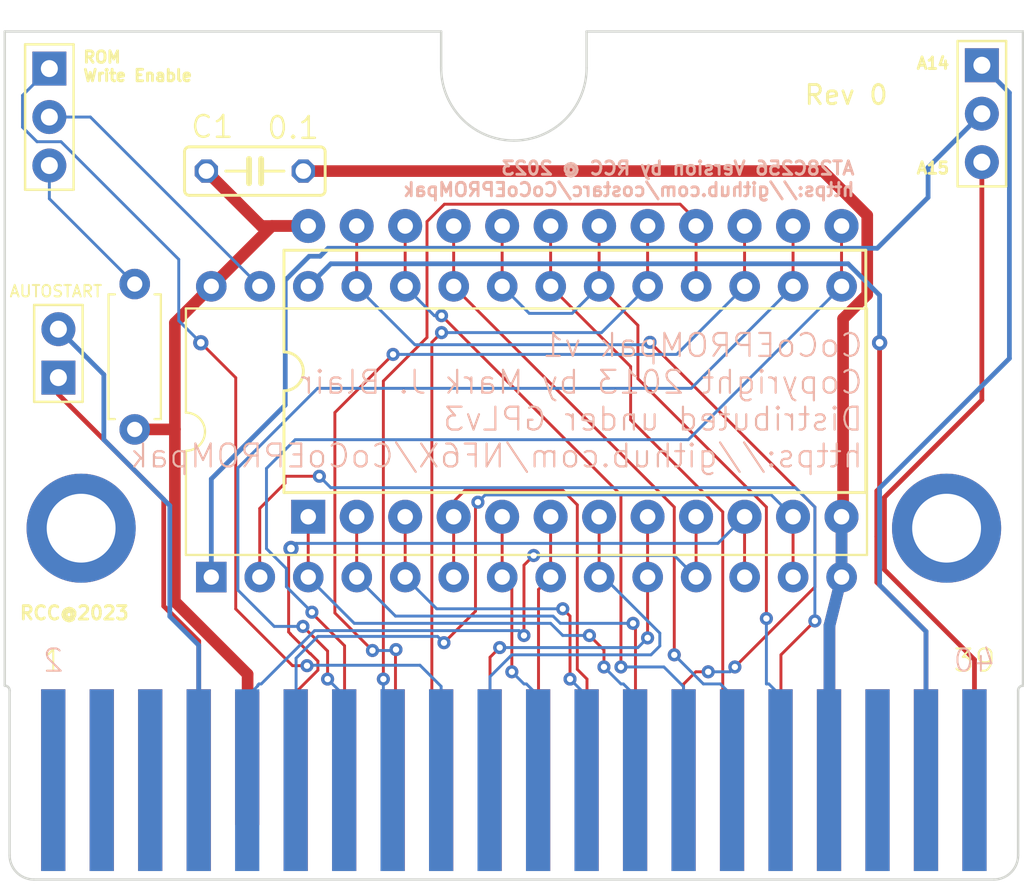
<source format=kicad_pcb>
(kicad_pcb (version 20211014) (generator pcbnew)
  (layers (0 "F.Cu" signal) (31 "B.Cu" signal) (34 "B.Paste" user) (35 "F.Paste" user) (36 "B.SilkS" user "B.Silkscreen") (37 "F.SilkS" user "F.Silkscreen") (38 "B.Mask" user) (39 "F.Mask" user) (44 "Edge.Cuts" user))
  (net 0 "")
  (net 1 "GND")
  (net 2 "+5V")
  (net 3 "Net-(JP1-Pad1)")
  (net 4 "Net-(JP1-Pad2)")
  (net 5 "A14")
  (net 6 "ROM_A14")
  (net 7 "A15")
  (net 8 "*RW")
  (net 9 "*WE")
  (net 10 "Net-(JP3-Pad3)")
  (net 17 "/D0")
  (net 18 "/D1")
  (net 19 "/D2")
  (net 20 "/D3")
  (net 21 "/D4")
  (net 22 "/D5")
  (net 23 "/D6")
  (net 24 "/D7")
  (net 25 "/A0")
  (net 26 "/A1")
  (net 27 "/A2")
  (net 28 "/A3")
  (net 29 "/A4")
  (net 30 "/A5")
  (net 31 "/A6")
  (net 32 "/A7")
  (net 33 "/A8")
  (net 34 "/A9")
  (net 35 "/A10")
  (net 36 "/A11")
  (net 37 "/A12")
  (net 38 "Net-(U1-Pad18)")
  (net 41 "/A13")
  (footprint "Resistor_THT:R_Axial_DIN0207_L6.3mm_D2.5mm_P7.62mm_Horizontal" (layer "F.Cu") (at 128.617205 103.601424 90)
    (fp_text reference "R1" hide)
    (fp_text value "10K")
    (fp_line (start 0.54 -1.04) (end 0.54 -1.37) (layer "F.SilkS") (width 0.12))
    (fp_line (start 0.54 1.37) (end 7.08 1.37) (layer "F.SilkS") (width 0.12))
    (fp_line (start 7.08 -1.37) (end 7.08 -1.04) (layer "F.SilkS") (width 0.12))
    (fp_line (start 0.54 -1.37) (end 7.08 -1.37) (layer "F.SilkS") (width 0.12))
    (fp_line (start 0.54 1.04) (end 0.54 1.37) (layer "F.SilkS") (width 0.12))
    (fp_line (start 7.08 1.37) (end 7.08 1.04) (layer "F.SilkS") (width 0.12))
    (pad "1" thru_hole circle (at 0 0 90) (size 1.6 1.6) (drill 0.8) (layers *.Cu *.Mask) (net 2 "+5V"))
    (pad "2" thru_hole oval (at 7.62 0 90) (size 1.6 1.6) (drill 0.8) (layers *.Cu *.Mask) (net 10 "Net-(JP3-Pad3)"))
  )
  (footprint "CoCoEPROMpak:JP3-100MIL" (layer "F.Cu") (at 172.997051 84.512521)
    (fp_text reference "JP2" hide)
    (fp_text value "JP3" hide)
    (fp_line (start 1.27 -1.27) (end 1.27 6.35) (layer "F.SilkS") (width 0.127))
    (fp_line (start -1.27 -1.27) (end 1.27 -1.27) (layer "F.SilkS") (width 0.127))
    (fp_line (start 1.27 6.35) (end -1.27 6.35) (layer "F.SilkS") (width 0.127))
    (fp_line (start -1.27 6.35) (end -1.27 -1.27) (layer "F.SilkS") (width 0.127))
    (pad "1" thru_hole rect (at 0 0) (size 1.778 1.778) (drill 0.889) (layers *.Cu *.Mask) (net 5 "A14"))
    (pad "2" thru_hole circle (at 0 2.54) (size 1.778 1.778) (drill 0.889) (layers *.Cu *.Mask) (net 6 "ROM_A14"))
    (pad "3" thru_hole circle (at 0 5.08) (size 1.778 1.778) (drill 0.889) (layers *.Cu *.Mask) (net 7 "A15"))
  )
  (footprint "CoCoEPROMpak:C050-025X075" (layer "F.Cu") (at 134.911251 90.060021)
    (fp_text reference "C1" (at -3.429 -1.651) (layer "F.SilkS") (effects (font (size 1.143 1.143) (thickness 0.127)) (justify left bottom)))
    (fp_text value "0.1" (at 0.558901 -1.598144) (layer "F.SilkS") (effects (font (size 1.143 1.143) (thickness 0.127)) (justify left bottom)))
    (fp_line (start 3.683 1.016) (end 3.683 -1.016) (layer "F.SilkS") (width 0.1524))
    (fp_line (start 3.429 -1.27) (end -3.429 -1.27) (layer "F.SilkS") (width 0.1524))
    (fp_line (start -0.3048 0) (end -1.524 0) (layer "F.SilkS") (width 0.1524))
    (fp_line (start 0.3302 -0.635) (end 0.3302 0) (layer "F.SilkS") (width 0.3048))
    (fp_line (start -0.3048 0) (end -0.3048 0.635) (layer "F.SilkS") (width 0.3048))
    (fp_line (start -3.429 1.27) (end 3.429 1.27) (layer "F.SilkS") (width 0.1524))
    (fp_line (start 0.3302 0) (end 1.524 0) (layer "F.SilkS") (width 0.1524))
    (fp_line (start 0.3302 0) (end 0.3302 0.635) (layer "F.SilkS") (width 0.3048))
    (fp_line (start -3.683 -1.016) (end -3.683 1.016) (layer "F.SilkS") (width 0.1524))
    (fp_line (start -0.3048 -0.635) (end -0.3048 0) (layer "F.SilkS") (width 0.3048))
    (fp_arc (start 3.683 1.016) (mid 3.608605 1.195605) (end 3.429 1.27) (layer "F.SilkS") (width 0.1524))
    (fp_arc (start -3.429 1.27) (mid -3.608605 1.195605) (end -3.683 1.016) (layer "F.SilkS") (width 0.1524))
    (fp_arc (start -3.683 -1.016) (mid -3.608605 -1.195605) (end -3.429 -1.27) (layer "F.SilkS") (width 0.1524))
    (fp_arc (start 3.429 -1.27) (mid 3.608605 -1.195605) (end 3.683 -1.016) (layer "F.SilkS") (width 0.1524))
    (pad "1" thru_hole roundrect (at -2.54 0) (size 1.2192 1.2192) (drill 0.8128) (layers *.Cu *.Mask) (chamfer_ratio 0.2928932188) (chamfer top_left top_right bottom_left bottom_right) (net 2 "+5V"))
    (pad "2" thru_hole roundrect (at 2.54 0) (size 1.2192 1.2192) (drill 0.8128) (layers *.Cu *.Mask) (chamfer_ratio 0.2928932188) (chamfer top_left top_right bottom_left bottom_right) (net 1 "GND"))
  )
  (footprint "Package_DIP:DIP-28_W15.24mm" (layer "F.Cu") (at 132.629265 111.341512 90)
    (fp_text reference "U2" hide)
    (fp_text value "28C256")
    (fp_line (start 1.16 34.35) (end 14.08 34.35) (layer "F.SilkS") (width 0.12))
    (fp_line (start 14.08 -1.33) (end 8.62 -1.33) (layer "F.SilkS") (width 0.12))
    (fp_line (start 14.08 34.35) (end 14.08 -1.33) (layer "F.SilkS") (width 0.12))
    (fp_line (start 1.16 -1.33) (end 1.16 34.35) (layer "F.SilkS") (width 0.12))
    (fp_line (start 6.62 -1.33) (end 1.16 -1.33) (layer "F.SilkS") (width 0.12))
    (fp_arc (start 8.62 -1.33) (mid 7.62 -0.33) (end 6.62 -1.33) (layer "F.SilkS") (width 0.12))
    (pad "1" thru_hole rect (at 0 0 90) (size 1.6 1.6) (drill 0.8) (layers *.Cu *.Mask) (net 6 "ROM_A14"))
    (pad "2" thru_hole oval (at 0 2.54 90) (size 1.6 1.6) (drill 0.8) (layers *.Cu *.Mask) (net 37 "/A12"))
    (pad "3" thru_hole oval (at 0 5.08 90) (size 1.6 1.6) (drill 0.8) (layers *.Cu *.Mask) (net 32 "/A7"))
    (pad "4" thru_hole oval (at 0 7.62 90) (size 1.6 1.6) (drill 0.8) (layers *.Cu *.Mask) (net 31 "/A6"))
    (pad "5" thru_hole oval (at 0 10.16 90) (size 1.6 1.6) (drill 0.8) (layers *.Cu *.Mask) (net 30 "/A5"))
    (pad "6" thru_hole oval (at 0 12.7 90) (size 1.6 1.6) (drill 0.8) (layers *.Cu *.Mask) (net 29 "/A4"))
    (pad "7" thru_hole oval (at 0 15.24 90) (size 1.6 1.6) (drill 0.8) (layers *.Cu *.Mask) (net 28 "/A3"))
    (pad "8" thru_hole oval (at 0 17.78 90) (size 1.6 1.6) (drill 0.8) (layers *.Cu *.Mask) (net 27 "/A2"))
    (pad "9" thru_hole oval (at 0 20.32 90) (size 1.6 1.6) (drill 0.8) (layers *.Cu *.Mask) (net 26 "/A1"))
    (pad "10" thru_hole oval (at 0 22.86 90) (size 1.6 1.6) (drill 0.8) (layers *.Cu *.Mask) (net 25 "/A0"))
    (pad "11" thru_hole oval (at 0 25.4 90) (size 1.6 1.6) (drill 0.8) (layers *.Cu *.Mask) (net 17 "/D0"))
    (pad "12" thru_hole oval (at 0 27.94 90) (size 1.6 1.6) (drill 0.8) (layers *.Cu *.Mask) (net 18 "/D1"))
    (pad "13" thru_hole oval (at 0 30.48 90) (size 1.6 1.6) (drill 0.8) (layers *.Cu *.Mask) (net 19 "/D2"))
    (pad "14" thru_hole oval (at 0 33.02 90) (size 1.6 1.6) (drill 0.8) (layers *.Cu *.Mask) (net 1 "GND"))
    (pad "15" thru_hole oval (at 15.24 33.02 90) (size 1.6 1.6) (drill 0.8) (layers *.Cu *.Mask) (net 20 "/D3"))
    (pad "16" thru_hole oval (at 15.24 30.48 90) (size 1.6 1.6) (drill 0.8) (layers *.Cu *.Mask) (net 21 "/D4"))
    (pad "17" thru_hole oval (at 15.24 27.94 90) (size 1.6 1.6) (drill 0.8) (layers *.Cu *.Mask) (net 22 "/D5"))
    (pad "18" thru_hole oval (at 15.24 25.4 90) (size 1.6 1.6) (drill 0.8) (layers *.Cu *.Mask) (net 23 "/D6"))
    (pad "19" thru_hole oval (at 15.24 22.86 90) (size 1.6 1.6) (drill 0.8) (layers *.Cu *.Mask) (net 24 "/D7"))
    (pad "20" thru_hole oval (at 15.24 20.32 90) (size 1.6 1.6) (drill 0.8) (layers *.Cu *.Mask) (net 38 "Net-(U1-Pad18)"))
    (pad "21" thru_hole oval (at 15.24 17.78 90) (size 1.6 1.6) (drill 0.8) (layers *.Cu *.Mask) (net 35 "/A10"))
    (pad "22" thru_hole oval (at 15.24 15.24 90) (size 1.6 1.6) (drill 0.8) (layers *.Cu *.Mask) (net 38 "Net-(U1-Pad18)"))
    (pad "23" thru_hole oval (at 15.24 12.7 90) (size 1.6 1.6) (drill 0.8) (layers *.Cu *.Mask) (net 36 "/A11"))
    (pad "24" thru_hole oval (at 15.24 10.16 90) (size 1.6 1.6) (drill 0.8) (layers *.Cu *.Mask) (net 34 "/A9"))
    (pad "25" thru_hole oval (at 15.24 7.62 90) (size 1.6 1.6) (drill 0.8) (layers *.Cu *.Mask) (net 33 "/A8"))
    (pad "26" thru_hole oval (at 15.24 5.08 90) (size 1.6 1.6) (drill 0.8) (layers *.Cu *.Mask) (net 41 "/A13"))
    (pad "27" thru_hole oval (at 15.24 2.54 90) (size 1.6 1.6) (drill 0.8) (layers *.Cu *.Mask) (net 9 "*WE"))
    (pad "28" thru_hole oval (at 15.24 0 90) (size 1.6 1.6) (drill 0.8) (layers *.Cu *.Mask) (net 2 "+5V"))
  )
  (footprint "CoCoEPROMpak:COCO-CART-2.1X1.75" (layer "F.Cu") (at 121.809874 127.193544)
    (fp_text reference "P1" hide)
    (fp_text value "COCO-CART" hide)
    (fp_text user "40" (at 50.8 -10.795) (layer "B.SilkS") (effects (font (size 1.1684 1.1684) (thickness 0.1016)) (justify bottom mirror)))
    (fp_text user "2" (at 2.54 -10.795) (layer "B.SilkS") (effects (font (size 1.1684 1.1684) (thickness 0.1016)) (justify bottom mirror)))
    (fp_text user "1" (at 2.54 -10.795) (layer "F.SilkS") (effects (font (size 1.1684 1.1684) (thickness 0.1016)) (justify bottom)))
    (fp_text user "39" (at 50.8 -10.795) (layer "F.SilkS") (effects (font (size 1.1684 1.1684) (thickness 0.1016)) (justify bottom)))
    (fp_line (start 0 -44.45) (end 0 -10.16) (layer "Edge.Cuts") (width 0.127))
    (fp_line (start 22.86 -44.45) (end 0 -44.45) (layer "Edge.Cuts") (width 0.127))
    (fp_line (start 53.086 -1.27) (end 53.086 -9.906) (layer "Edge.Cuts") (width 0.127))
    (fp_line (start 1.524 0) (end 51.816 0) (layer "Edge.Cuts") (width 0.127))
    (fp_line (start 53.34 -10.16) (end 53.34 -44.45) (layer "Edge.Cuts") (width 0.127))
    (fp_line (start 53.34 -44.45) (end 30.48 -44.45) (layer "Edge.Cuts") (width 0.127))
    (fp_line (start 0.254 -9.906) (end 0.254 -1.27) (layer "Edge.Cuts") (width 0.127))
    (fp_line (start 22.86 -42.545) (end 22.86 -44.45) (layer "Edge.Cuts") (width 0.127))
    (fp_line (start 30.48 -44.45) (end 30.48 -42.545) (layer "Edge.Cuts") (width 0.127))
    (fp_arc (start 1.524 0) (mid 0.625974 -0.371974) (end 0.254 -1.27) (layer "Edge.Cuts") (width 0.127))
    (fp_arc (start 0 -10.16) (mid 0.179605 -10.085605) (end 0.254 -9.906) (layer "Edge.Cuts") (width 0.127))
    (fp_arc (start 53.086 -9.906) (mid 53.160395 -10.085605) (end 53.34 -10.16) (layer "Edge.Cuts") (width 0.127))
    (fp_arc (start 26.67 -38.735) (mid 23.975923 -39.850923) (end 22.86 -42.545) (layer "Edge.Cuts") (width 0.127))
    (fp_arc (start 53.086 -1.27) (mid 52.714026 -0.371974) (end 51.816 0) (layer "Edge.Cuts") (width 0.127))
    (fp_arc (start 30.48 -42.545) (mid 29.364077 -39.850923) (end 26.67 -38.735) (layer "Edge.Cuts") (width 0.127))
    (pad "1" smd rect (at 2.54 -5.207) (size 1.27 9.525) (layers "F.Cu" "F.Mask"))
    (pad "2" smd rect (at 2.54 -5.207) (size 1.27 9.525) (layers "B.Cu" "B.Mask"))
    (pad "3" smd rect (at 5.08 -5.207) (size 1.27 9.525) (layers "F.Cu" "F.Mask"))
    (pad "4" smd rect (at 5.08 -5.207) (size 1.27 9.525) (layers "B.Cu" "B.Mask"))
    (pad "5" smd rect (at 7.62 -5.207) (size 1.27 9.525) (layers "F.Cu" "F.Mask"))
    (pad "6" smd rect (at 7.62 -5.207) (size 1.27 9.525) (layers "B.Cu" "B.Mask"))
    (pad "7" smd rect (at 10.16 -5.207) (size 1.27 9.525) (layers "F.Cu" "F.Mask") (net 3 "Net-(JP1-Pad1)"))
    (pad "8" smd rect (at 10.16 -5.207) (size 1.27 9.525) (layers "B.Cu" "B.Mask") (net 4 "Net-(JP1-Pad2)"))
    (pad "9" smd rect (at 12.7 -6.35) (size 1.27 6.985) (layers "F.Cu" "F.Mask") (net 2 "+5V"))
    (pad "10" smd rect (at 12.7 -5.207) (size 1.27 9.525) (layers "B.Cu" "B.Mask") (net 17 "/D0"))
    (pad "11" smd rect (at 15.24 -5.207) (size 1.27 9.525) (layers "F.Cu" "F.Mask") (net 18 "/D1"))
    (pad "12" smd rect (at 15.24 -5.207) (size 1.27 9.525) (layers "B.Cu" "B.Mask") (net 19 "/D2"))
    (pad "13" smd rect (at 17.78 -5.207) (size 1.27 9.525) (layers "F.Cu" "F.Mask") (net 20 "/D3"))
    (pad "14" smd rect (at 17.78 -5.207) (size 1.27 9.525) (layers "B.Cu" "B.Mask") (net 21 "/D4"))
    (pad "15" smd rect (at 20.32 -5.207) (size 1.27 9.525) (layers "F.Cu" "F.Mask") (net 22 "/D5"))
    (pad "16" smd rect (at 20.32 -5.207) (size 1.27 9.525) (layers "B.Cu" "B.Mask") (net 23 "/D6"))
    (pad "17" smd rect (at 22.86 -5.207) (size 1.27 9.525) (layers "F.Cu" "F.Mask") (net 24 "/D7"))
    (pad "18" smd rect (at 22.86 -5.207) (size 1.27 9.525) (layers "B.Cu" "B.Mask") (net 8 "*RW"))
    (pad "19" smd rect (at 25.4 -5.207) (size 1.27 9.525) (layers "F.Cu" "F.Mask") (net 25 "/A0"))
    (pad "20" smd rect (at 25.4 -5.207) (size 1.27 9.525) (layers "B.Cu" "B.Mask") (net 26 "/A1"))
    (pad "21" smd rect (at 27.94 -5.207) (size 1.27 9.525) (layers "F.Cu" "F.Mask") (net 27 "/A2"))
    (pad "22" smd rect (at 27.94 -5.207) (size 1.27 9.525) (layers "B.Cu" "B.Mask") (net 28 "/A3"))
    (pad "23" smd rect (at 30.48 -5.207) (size 1.27 9.525) (layers "F.Cu" "F.Mask") (net 29 "/A4"))
    (pad "24" smd rect (at 30.48 -5.207) (size 1.27 9.525) (layers "B.Cu" "B.Mask") (net 30 "/A5"))
    (pad "25" smd rect (at 33.02 -5.207) (size 1.27 9.525) (layers "F.Cu" "F.Mask") (net 31 "/A6"))
    (pad "26" smd rect (at 33.02 -5.207) (size 1.27 9.525) (layers "B.Cu" "B.Mask") (net 32 "/A7"))
    (pad "27" smd rect (at 35.56 -5.207) (size 1.27 9.525) (layers "F.Cu" "F.Mask") (net 33 "/A8"))
    (pad "28" smd rect (at 35.56 -5.207) (size 1.27 9.525) (layers "B.Cu" "B.Mask") (net 34 "/A9"))
    (pad "29" smd rect (at 38.1 -5.207) (size 1.27 9.525) (layers "F.Cu" "F.Mask") (net 35 "/A10"))
    (pad "30" smd rect (at 38.1 -5.207) (size 1.27 9.525) (layers "B.Cu" "B.Mask") (net 36 "/A11"))
    (pad "31" smd rect (at 40.64 -5.207) (size 1.27 9.525) (layers "F.Cu" "F.Mask") (net 37 "/A12"))
    (pad "32" smd rect (at 40.64 -5.207) (size 1.27 9.525) (layers "B.Cu" "B.Mask") (net 38 "Net-(U1-Pad18)"))
    (pad "33" smd rect (at 43.18 -5.207) (size 1.27 9.525) (layers "F.Cu" "F.Mask") (net 1 "GND"))
    (pad "34" smd rect (at 43.18 -5.207) (size 1.27 9.525) (layers "B.Cu" "B.Mask") (net 1 "GND"))
    (pad "35" smd rect (at 45.72 -5.207) (size 1.27 9.525) (layers "F.Cu" "F.Mask"))
    (pad "36" smd rect (at 45.72 -5.207) (size 1.27 9.525) (layers "B.Cu" "B.Mask"))
    (pad "37" smd rect (at 48.26 -5.207) (size 1.27 9.525) (layers "F.Cu" "F.Mask") (net 41 "/A13"))
    (pad "38" smd rect (at 48.26 -5.207) (size 1.27 9.525) (layers "B.Cu" "B.Mask") (net 5 "A14"))
    (pad "39" smd rect (at 50.8 -5.207) (size 1.27 9.525) (layers "F.Cu" "F.Mask") (net 7 "A15"))
    (pad "40" smd rect (at 50.8 -5.207) (size 1.27 9.525) (layers "B.Cu" "B.Mask"))
    (pad "MTG1" thru_hole circle (at 4.0005 -18.415) (size 5.715 5.715) (drill 3.6068) (layers *.Cu *.Mask))
    (pad "MTG2" thru_hole circle (at 49.3395 -18.415) (size 5.715 5.715) (drill 3.6068) (layers *.Cu *.Mask))
  )
  (footprint "CoCoEPROMpak:DIL24" (layer "F.Cu") (at 151.6761 100.5586)
    (fp_text reference "U1" hide)
    (fp_text value "2732")
    (fp_line (start -15.24 6.35) (end 15.24 6.35) (layer "F.SilkS") (width 0.1524))
    (fp_line (start 15.24 -6.35) (end 15.24 6.35) (layer "F.SilkS") (width 0.1524))
    (fp_line (start -15.24 6.35) (end -15.24 1.016) (layer "F.SilkS") (width 0.1524))
    (fp_line (start 15.24 -6.35) (end -15.24 -6.35) (layer "F.SilkS") (width 0.1524))
    (fp_line (start -15.24 -6.35) (end -15.24 -1.016) (layer "F.SilkS") (width 0.1524))
    (fp_arc (start -15.24 -1.016) (mid -14.224 0) (end -15.24 1.016) (layer "F.SilkS") (width 0.1524))
    (pad "1" thru_hole rect (at -13.97 7.62 90) (size 1.778 1.778) (drill 0.8128) (layers *.Cu *.Mask) (net 32 "/A7"))
    (pad "2" thru_hole circle (at -11.43 7.62 90) (size 1.778 1.778) (drill 0.8128) (layers *.Cu *.Mask) (net 31 "/A6"))
    (pad "3" thru_hole circle (at -8.89 7.62 90) (size 1.778 1.778) (drill 0.8128) (layers *.Cu *.Mask) (net 30 "/A5"))
    (pad "4" thru_hole circle (at -6.35 7.62 90) (size 1.778 1.778) (drill 0.8128) (layers *.Cu *.Mask) (net 29 "/A4"))
    (pad "5" thru_hole circle (at -3.81 7.62 90) (size 1.778 1.778) (drill 0.8128) (layers *.Cu *.Mask) (net 28 "/A3"))
    (pad "6" thru_hole circle (at -1.27 7.62 90) (size 1.778 1.778) (drill 0.8128) (layers *.Cu *.Mask) (net 27 "/A2"))
    (pad "7" thru_hole circle (at 1.27 7.62 90) (size 1.778 1.778) (drill 0.8128) (layers *.Cu *.Mask) (net 26 "/A1"))
    (pad "8" thru_hole circle (at 3.81 7.62 90) (size 1.778 1.778) (drill 0.8128) (layers *.Cu *.Mask) (net 25 "/A0"))
    (pad "9" thru_hole circle (at 6.35 7.62 90) (size 1.778 1.778) (drill 0.8128) (layers *.Cu *.Mask) (net 17 "/D0"))
    (pad "10" thru_hole circle (at 8.89 7.62 90) (size 1.778 1.778) (drill 0.8128) (layers *.Cu *.Mask) (net 18 "/D1"))
    (pad "11" thru_hole circle (at 11.43 7.62 90) (size 1.778 1.778) (drill 0.8128) (layers *.Cu *.Mask) (net 19 "/D2"))
    (pad "12" thru_hole circle (at 13.97 7.62 90) (size 1.778 1.778) (drill 0.8128) (layers *.Cu *.Mask) (net 1 "GND"))
    (pad "13" thru_hole circle (at 13.97 -7.62 90) (size 1.778 1.778) (drill 0.8128) (layers *.Cu *.Mask) (net 20 "/D3"))
    (pad "14" thru_hole circle (at 11.43 -7.62 90) (size 1.778 1.778) (drill 0.8128) (layers *.Cu *.Mask) (net 21 "/D4"))
    (pad "15" thru_hole circle (at 8.89 -7.62 90) (size 1.778 1.778) (drill 0.8128) (layers *.Cu *.Mask) (net 22 "/D5"))
    (pad "16" thru_hole circle (at 6.35 -7.62 90) (size 1.778 1.778) (drill 0.8128) (layers *.Cu *.Mask) (net 23 "/D6"))
    (pad "17" thru_hole circle (at 3.81 -7.62 90) (size 1.778 1.778) (drill 0.8128) (layers *.Cu *.Mask) (net 24 "/D7"))
    (pad "18" thru_hole circle (at 1.27 -7.62 90) (size 1.778 1.778) (drill 0.8128) (layers *.Cu *.Mask) (net 38 "Net-(U1-Pad18)"))
    (pad "19" thru_hole circle (at -1.27 -7.62 90) (size 1.778 1.778) (drill 0.8128) (layers *.Cu *.Mask) (net 35 "/A10"))
    (pad "20" thru_hole circle (at -3.81 -7.62 90) (size 1.778 1.778) (drill 0.8128) (layers *.Cu *.Mask) (net 38 "Net-(U1-Pad18)"))
    (pad "21" thru_hole circle (at -6.35 -7.62 90) (size 1.778 1.778) (drill 0.8128) (layers *.Cu *.Mask) (net 36 "/A11"))
    (pad "22" thru_hole circle (at -8.89 -7.62 90) (size 1.778 1.778) (drill 0.8128) (layers *.Cu *.Mask) (net 34 "/A9"))
    (pad "23" thru_hole circle (at -11.43 -7.62 90) (size 1.778 1.778) (drill 0.8128) (layers *.Cu *.Mask) (net 33 "/A8"))
    (pad "24" thru_hole circle (at -13.97 -7.62 90) (size 1.778 1.778) (drill 0.8128) (layers *.Cu *.Mask) (net 2 "+5V"))
  )
  (footprint "CoCoEPROMpak:JP3-100MIL" (layer "F.Cu") (at 124.145063 84.688274)
    (fp_text reference "JP3" hide)
    (fp_text value "JP3" hide)
    (fp_line (start -1.27 -1.27) (end 1.27 -1.27) (layer "F.SilkS") (width 0.127))
    (fp_line (start -1.27 6.35) (end -1.27 -1.27) (layer "F.SilkS") (width 0.127))
    (fp_line (start 1.27 6.35) (end -1.27 6.35) (layer "F.SilkS") (width 0.127))
    (fp_line (start 1.27 -1.27) (end 1.27 6.35) (layer "F.SilkS") (width 0.127))
    (pad "1" thru_hole rect (at 0 0) (size 1.778 1.778) (drill 0.889) (layers *.Cu *.Mask) (net 8 "*RW"))
    (pad "2" thru_hole circle (at 0 2.54) (size 1.778 1.778) (drill 0.889) (layers *.Cu *.Mask) (net 9 "*WE"))
    (pad "3" thru_hole circle (at 0 5.08) (size 1.778 1.778) (drill 0.889) (layers *.Cu *.Mask) (net 10 "Net-(JP3-Pad3)"))
  )
  (footprint "CoCoEPROMpak:JP2-100MIL" (layer "F.Cu") (at 124.618713 100.886371 180)
    (fp_text reference "JP1" hide)
    (fp_text value "JP1")
    (fp_line (start -1.27 -1.27) (end 1.27 -1.27) (layer "F.SilkS") (width 0.127))
    (fp_line (start -1.27 3.81) (end -1.27 -1.27) (layer "F.SilkS") (width 0.127))
    (fp_line (start 1.27 3.81) (end -1.27 3.81) (layer "F.SilkS") (width 0.127))
    (fp_line (start 1.27 -1.27) (end 1.27 3.81) (layer "F.SilkS") (width 0.127))
    (pad "1" thru_hole rect (at 0 0 180) (size 1.778 1.778) (drill 0.889) (layers *.Cu *.Mask) (net 3 "Net-(JP1-Pad1)"))
    (pad "2" thru_hole circle (at 0 2.54 180) (size 1.778 1.778) (drill 0.889) (layers *.Cu *.Mask) (net 4 "Net-(JP1-Pad2)"))
  )
  (gr_text "AT28C256 Version by RCC @ 2023\nhttps://github.com/costarc/CoCoEPROMpak" (at 166.400839 90.472996) (layer "B.SilkS") (effects (font (size 0.7 0.7)) (justify left mirror)))
  (gr_text "CoCoEPROMpak v1\nCopyright 2013 by Mark J. Blair\nDistributed under GPLv3\nhttps://github.com/NF6X/CoCoEPROMpak" (at 166.841816 105.693718) (layer "B.SilkS") (effects (font (size 1.2 1.2) (thickness 0.113792)) (justify left bottom mirror)))
  (gr_text "AUTOSTART" (at 122.007387 96.710554) (layer "F.SilkS") (effects (font (size 0.6 0.6) (thickness 0.1016)) (justify left bottom)))
  (gr_text "RCC@2023" (at 125.449759 113.223596) (layer "F.SilkS") (effects (font (size 0.7 0.7))))
  (gr_text "A15" (at 170.434216 89.907074) (layer "F.SilkS") (effects (font (size 0.6 0.6))))
  (gr_text "A14" (at 170.434216 84.413361) (layer "F.SilkS") (effects (font (size 0.6 0.6))))
  (gr_text "ROM\nWrite Enable" (at 125.847858 84.571944) (layer "F.SilkS") (effects (font (size 0.6 0.6)) (justify left)))
  (gr_text "Rev 0" (at 165.887115 86.069654) (layer "F.SilkS") (effects (font (size 1 1))))
  (segment (start 165.726883 108.097817) (end 165.726883 97.801844) (width 0.6096) (layer "F.Cu") (net 1))
  (segment (start 165.726883 97.801844) (end 166.9923 96.536427) (width 0.6096) (layer "F.Cu") (net 1))
  (segment (start 165.6461 111.3536) (end 165.6461 108.1786) (width 0.6096) (layer "F.Cu") (net 1))
  (segment (start 165.0111 122.0216) (end 165.0111 113.8936) (width 0.6096) (layer "F.Cu") (net 1))
  (segment (start 165.0111 113.8936) (end 165.6461 111.3536) (width 0.6096) (layer "F.Cu") (net 1))
  (segment (start 166.9923 96.536427) (end 166.9923 92.380985) (width 0.6096) (layer "F.Cu") (net 1))
  (segment (start 164.671336 90.060021) (end 137.451251 90.060021) (width 0.6096) (layer "F.Cu") (net 1))
  (segment (start 165.6461 108.1786) (end 165.726883 108.097817) (width 0.6096) (layer "F.Cu") (net 1))
  (segment (start 166.9923 92.380985) (end 164.671336 90.060021) (width 0.6096) (layer "F.Cu") (net 1))
  (segment (start 165.0111 113.8936) (end 165.6461 111.3536) (width 0.6096) (layer "B.Cu") (net 1))
  (segment (start 165.6461 108.1786) (end 165.6461 111.3536) (width 0.6096) (layer "B.Cu") (net 1))
  (segment (start 165.0111 122.0216) (end 165.0111 113.8936) (width 0.6096) (layer "B.Cu") (net 1))
  (segment (start 130.7211 103.590222) (end 130.7211 98.0186) (width 0.6096) (layer "F.Cu") (net 2))
  (segment (start 135.8011 92.9386) (end 132.6261 96.1136) (width 0.6096) (layer "F.Cu") (net 2))
  (segment (start 130.7211 103.590222) (end 130.709898 103.601424) (width 0.6096) (layer "F.Cu") (net 2))
  (segment (start 130.7211 98.0186) (end 132.6261 96.1136) (width 0.6096) (layer "F.Cu") (net 2))
  (segment (start 135.24983 92.9386) (end 132.371251 90.060021) (width 0.6096) (layer "F.Cu") (net 2))
  (segment (start 134.5311 120.8786) (end 134.5311 116.4336) (width 0.6096) (layer "F.Cu") (net 2))
  (segment (start 130.7211 112.6236) (end 130.7211 103.590222) (width 0.6096) (layer "F.Cu") (net 2))
  (segment (start 130.709898 103.601424) (end 128.617205 103.601424) (width 0.6096) (layer "F.Cu") (net 2))
  (segment (start 137.7061 92.9386) (end 135.8011 92.9386) (width 0.6096) (layer "F.Cu") (net 2))
  (segment (start 134.5311 116.4336) (end 130.7211 112.6236) (width 0.6096) (layer "F.Cu") (net 2))
  (segment (start 137.7061 92.9386) (end 135.24983 92.9386) (width 0.6096) (layer "F.Cu") (net 2))
  (segment (start 124.618713 101.758713) (end 124.618713 100.886371) (width 0.25) (layer "F.Cu") (net 3))
  (segment (start 130.1389 107.2789) (end 124.618713 101.758713) (width 0.25) (layer "F.Cu") (net 3))
  (segment (start 131.969874 114.69573) (end 130.1389 112.864755) (width 0.25) (layer "F.Cu") (net 3))
  (segment (start 131.969874 121.986544) (end 131.969874 114.69573) (width 0.25) (layer "F.Cu") (net 3))
  (segment (start 130.1389 112.864755) (end 130.1389 107.2789) (width 0.25) (layer "F.Cu") (net 3))
  (segment (start 124.618713 98.346371) (end 127 100.727658) (width 0.25) (layer "B.Cu") (net 4))
  (segment (start 130.455428 107.595428) (end 130.455428 113.400012) (width 0.25) (layer "B.Cu") (net 4))
  (segment (start 130.455428 113.400012) (end 131.969874 114.914458) (width 0.25) (layer "B.Cu") (net 4))
  (segment (start 131.969874 114.914458) (end 131.969874 121.986544) (width 0.25) (layer "B.Cu") (net 4))
  (segment (start 127 104.14) (end 130.455428 107.595428) (width 0.25) (layer "B.Cu") (net 4))
  (segment (start 127 100.727658) (end 127 104.14) (width 0.25) (layer "B.Cu") (net 4))
  (segment (start 170.069874 114.189874) (end 167.64 111.76) (width 0.25) (layer "B.Cu") (net 5))
  (segment (start 174.439372 99.880628) (end 174.439372 85.954842) (width 0.25) (layer "B.Cu") (net 5))
  (segment (start 167.64 106.68) (end 174.439372 99.880628) (width 0.25) (layer "B.Cu") (net 5))
  (segment (start 167.64 111.76) (end 167.64 106.68) (width 0.25) (layer "B.Cu") (net 5))
  (segment (start 174.439372 85.954842) (end 172.997051 84.512521) (width 0.25) (layer "B.Cu") (net 5))
  (segment (start 170.069874 121.986544) (end 170.069874 114.189874) (width 0.25) (layer "B.Cu") (net 5))
  (segment (start 167.515 94.105) (end 170.18 91.44) (width 0.25) (layer "B.Cu") (net 6))
  (segment (start 170.18 91.44) (end 170.18 89.869572) (width 0.25) (layer "B.Cu") (net 6))
  (segment (start 137.76118 94.523789) (end 138.32951 94.523789) (width 0.25) (layer "B.Cu") (net 6))
  (segment (start 136.503658 95.781311) (end 137.76118 94.523789) (width 0.25) (layer "B.Cu") (net 6))
  (segment (start 136.503658 102.322253) (end 136.503658 95.781311) (width 0.25) (layer "B.Cu") (net 6))
  (segment (start 170.18 89.869572) (end 172.997051 87.052521) (width 0.25) (layer "B.Cu") (net 6))
  (segment (start 138.32951 94.523789) (end 138.748299 94.105) (width 0.25) (layer "B.Cu") (net 6))
  (segment (start 132.629265 106.196646) (end 136.503658 102.322253) (width 0.25) (layer "B.Cu") (net 6))
  (segment (start 138.748299 94.105) (end 167.515 94.105) (width 0.25) (layer "B.Cu") (net 6))
  (segment (start 132.629265 111.341512) (end 132.629265 106.196646) (width 0.25) (layer "B.Cu") (net 6))
  (segment (start 167.895357 110.955204) (end 172.609874 115.669721) (width 0.25) (layer "F.Cu") (net 7))
  (segment (start 172.609874 115.669721) (end 172.609874 121.986544) (width 0.25) (layer "F.Cu") (net 7))
  (segment (start 172.997051 102.05868) (end 167.895357 107.160374) (width 0.25) (layer "F.Cu") (net 7))
  (segment (start 167.895357 107.160374) (end 167.895357 110.955204) (width 0.25) (layer "F.Cu") (net 7))
  (segment (start 172.997051 89.592521) (end 172.997051 102.05868) (width 0.25) (layer "F.Cu") (net 7))
  (segment (start 137.6421 115.986173) (end 136.883757 115.986173) (width 0.1524) (layer "F.Cu") (net 8))
  (segment (start 136.883757 115.986173) (end 133.909408 113.011824) (width 0.1524) (layer "F.Cu") (net 8))
  (segment (start 133.909408 100.889408) (end 132.08 99.06) (width 0.1524) (layer "F.Cu") (net 8))
  (segment (start 133.909408 113.011824) (end 133.909408 100.889408) (width 0.1524) (layer "F.Cu") (net 8))
  (via (at 137.6421 115.986173) (size 0.6858) (drill 0.3302) (layers "F.Cu" "B.Cu") (net 8))
  (via (at 132.08 99.06) (size 0.8) (drill 0.4) (layers "F.Cu" "B.Cu") (net 8))
  (segment (start 143.561765 115.963535) (end 137.664738 115.963535) (width 0.1524) (layer "B.Cu") (net 8))
  (segment (start 130.924599 97.904599) (end 132.08 99.06) (width 0.1524) (layer "B.Cu") (net 8))
  (segment (start 124.756776 88.520536) (end 130.924599 94.688359) (width 0.1524) (layer "B.Cu") (net 8))
  (segment (start 122.738693 87.760787) (end 123.498442 88.520536) (width 0.1524) (layer "B.Cu") (net 8))
  (segment (start 137.664738 115.963535) (end 137.6421 115.986173) (width 0.1524) (layer "B.Cu") (net 8))
  (segment (start 130.924599 94.688359) (end 130.924599 97.904599) (width 0.1524) (layer "B.Cu") (net 8))
  (segment (start 144.669874 117.071644) (end 143.561765 115.963535) (width 0.1524) (layer "B.Cu") (net 8))
  (segment (start 144.669874 121.986544) (end 144.669874 117.071644) (width 0.1524) (layer "B.Cu") (net 8))
  (segment (start 124.145063 84.688274) (end 122.738693 86.094644) (width 0.1524) (layer "B.Cu") (net 8))
  (segment (start 122.738693 86.094644) (end 122.738693 87.760787) (width 0.1524) (layer "B.Cu") (net 8))
  (segment (start 123.498442 88.520536) (end 124.756776 88.520536) (width 0.1524) (layer "B.Cu") (net 8))
  (segment (start 124.145063 87.228274) (end 126.296027 87.228274) (width 0.1524) (layer "B.Cu") (net 9))
  (segment (start 126.296027 87.228274) (end 135.169265 96.101512) (width 0.1524) (layer "B.Cu") (net 9))
  (segment (start 124.145063 89.768274) (end 124.145063 91.509282) (width 0.1524) (layer "B.Cu") (net 10))
  (segment (start 124.145063 91.509282) (end 128.617205 95.981424) (width 0.1524) (layer "B.Cu") (net 10))
  (segment (start 149.0091 114.4016) (end 149.0091 110.7186) (width 0.1524) (layer "F.Cu") (net 17))
  (segment (start 149.0091 110.7186) (end 149.5171 110.2106) (width 0.1524) (layer "F.Cu") (net 17))
  (segment (start 158.0261 108.1786) (end 158.0261 111.3536) (width 0.1524) (layer "F.Cu") (net 17))
  (via (at 149.0091 114.4016) (size 0.6858) (drill 0.3302) (layers "F.Cu" "B.Cu") (net 17))
  (via (at 149.5171 110.2106) (size 0.6858) (drill 0.3302) (layers "F.Cu" "B.Cu") (net 17))
  (segment (start 134.5311 117.5766) (end 135.068674 117.039026) (width 0.1524) (layer "B.Cu") (net 17))
  (segment (start 135.24795 116.9416) (end 138.04195 114.1476) (width 0.1524) (layer "B.Cu") (net 17))
  (segment (start 156.8831 110.2106) (end 158.0261 111.3536) (width 0.1524) (layer "B.Cu") (net 17))
  (segment (start 135.068674 117.039026) (end 135.068674 117.00198) (width 0.1524) (layer "B.Cu") (net 17))
  (segment (start 135.068674 117.00198) (end 135.129054 116.9416) (width 0.1524) (layer "B.Cu") (net 17))
  (segment (start 135.129054 116.9416) (end 135.24795 116.9416) (width 0.1524) (layer "B.Cu") (net 17))
  (segment (start 148.7551 114.1476) (end 149.0091 114.4016) (width 0.1524) (layer "B.Cu") (net 17))
  (segment (start 134.5311 122.0216) (end 134.5311 117.5766) (width 0.1524) (layer "B.Cu") (net 17))
  (segment (start 138.04195 114.1476) (end 148.7551 114.1476) (width 0.1524) (layer "B.Cu") (net 17))
  (segment (start 149.5171 110.2106) (end 156.8831 110.2106) (width 0.1524) (layer "B.Cu") (net 17))
  (segment (start 137.802738 115.355442) (end 137.819593 115.355442) (width 0.1524) (layer "F.Cu") (net 18))
  (segment (start 137.049874 117.386623) (end 137.049874 121.986544) (width 0.1524) (layer "F.Cu") (net 18))
  (segment (start 136.777366 114.318292) (end 136.777366 114.33007) (width 0.1524) (layer "F.Cu") (net 18))
  (segment (start 138.2136 115.749449) (end 138.2136 116.222897) (width 0.1524) (layer "F.Cu") (net 18))
  (segment (start 136.680665 114.221591) (end 136.777366 114.318292) (width 0.1524) (layer "F.Cu") (net 18))
  (segment (start 136.804197 109.842503) (end 136.680665 109.966035) (width 0.1524) (layer "F.Cu") (net 18))
  (segment (start 160.5661 108.1786) (end 160.5661 111.3536) (width 0.1524) (layer "F.Cu") (net 18))
  (segment (start 136.777366 114.33007) (end 137.802738 115.355442) (width 0.1524) (layer "F.Cu") (net 18))
  (segment (start 137.819593 115.355442) (end 138.2136 115.749449) (width 0.1524) (layer "F.Cu") (net 18))
  (segment (start 138.2136 116.222897) (end 137.049874 117.386623) (width 0.1524) (layer "F.Cu") (net 18))
  (segment (start 136.680665 109.966035) (end 136.680665 114.221591) (width 0.1524) (layer "F.Cu") (net 18))
  (via (at 136.804197 109.842503) (size 0.8) (drill 0.4) (layers "F.Cu" "B.Cu") (net 18))
  (segment (start 159.1691 109.5756) (end 160.5661 108.1786) (width 0.1524) (layer "B.Cu") (net 18))
  (segment (start 137.0711 109.5756) (end 136.804197 109.842503) (width 0.1524) (layer "B.Cu") (net 18))
  (segment (start 137.0711 109.5756) (end 159.1691 109.5756) (width 0.1524) (layer "B.Cu") (net 18))
  (segment (start 144.8181 114.7826) (end 146.4691 113.1316) (width 0.1524) (layer "F.Cu") (net 19))
  (segment (start 146.4691 107.5436) (end 146.5961 107.4166) (width 0.1524) (layer "F.Cu") (net 19))
  (segment (start 163.1061 108.1786) (end 163.1061 111.3536) (width 0.1524) (layer "F.Cu") (net 19))
  (segment (start 146.4691 113.1316) (end 146.4691 107.5436) (width 0.1524) (layer "F.Cu") (net 19))
  (via (at 146.5961 107.4166) (size 0.6858) (drill 0.3302) (layers "F.Cu" "B.Cu") (net 19))
  (via (at 144.8181 114.7826) (size 0.6858) (drill 0.3302) (layers "F.Cu" "B.Cu") (net 19))
  (segment (start 137.0711 115.592798) (end 138.211498 114.4524) (width 0.1524) (layer "B.Cu") (net 19))
  (segment (start 138.211498 114.4524) (end 144.4879 114.4524) (width 0.1524) (layer "B.Cu") (net 19))
  (segment (start 146.5961 107.4166) (end 146.9771 107.0356) (width 0.1524) (layer "B.Cu") (net 19))
  (segment (start 146.9771 107.0356) (end 161.9631 107.0356) (width 0.1524) (layer "B.Cu") (net 19))
  (segment (start 144.4879 114.4524) (end 144.8181 114.7826) (width 0.1524) (layer "B.Cu") (net 19))
  (segment (start 137.0711 122.0216) (end 137.0711 115.592798) (width 0.1524) (layer "B.Cu") (net 19))
  (segment (start 161.9631 107.0356) (end 163.1061 108.1786) (width 0.1524) (layer "B.Cu") (net 19))
  (segment (start 137.900027 113.182619) (end 137.900027 113.231201) (width 0.1524) (layer "F.Cu") (net 20))
  (segment (start 137.900027 113.231201) (end 139.6111 114.942274) (width 0.1524) (layer "F.Cu") (net 20))
  (segment (start 139.6111 114.942274) (end 139.6111 122.0216) (width 0.1524) (layer "F.Cu") (net 20))
  (segment (start 165.6461 92.9386) (end 165.6461 96.1136) (width 0.1524) (layer "F.Cu") (net 20))
  (via (at 137.900027 113.182619) (size 0.6858) (drill 0.3302) (layers "F.Cu" "B.Cu") (net 20))
  (segment (start 135.51973 109.85191) (end 135.51973 105.645731) (width 0.1524) (layer "B.Cu") (net 20))
  (segment (start 137.025461 104.14) (end 157.6197 104.14) (width 0.1524) (layer "B.Cu") (net 20))
  (segment (start 157.6197 104.14) (end 165.6461 96.1136) (width 0.1524) (layer "B.Cu") (net 20))
  (segment (start 135.51973 105.645731) (end 137.025461 104.14) (width 0.1524) (layer "B.Cu") (net 20))
  (segment (start 136.5631 111.845692) (end 136.5631 110.89528) (width 0.1524) (layer "B.Cu") (net 20))
  (segment (start 137.900027 113.182619) (end 136.5631 111.845692) (width 0.1524) (layer "B.Cu") (net 20))
  (segment (start 136.5631 110.89528) (end 135.51973 109.85191) (width 0.1524) (layer "B.Cu") (net 20))
  (segment (start 138.7221 115.219236) (end 138.7221 116.6876) (width 0.1524) (layer "F.Cu") (net 21))
  (segment (start 163.1061 92.9386) (end 163.1061 96.1136) (width 0.1524) (layer "F.Cu") (net 21))
  (segment (start 137.430403 113.927539) (end 138.7221 115.219236) (width 0.1524) (layer "F.Cu") (net 21))
  (via (at 138.7221 116.6876) (size 0.6858) (drill 0.3302) (layers "F.Cu" "B.Cu") (net 21))
  (via (at 137.430403 113.927539) (size 0.6858) (drill 0.3302) (layers "F.Cu" "B.Cu") (net 21))
  (segment (start 135.924368 113.927539) (end 134.0231 112.026271) (width 0.1524) (layer "B.Cu") (net 21))
  (segment (start 139.6111 122.0216) (end 139.6111 117.5766) (width 0.1524) (layer "B.Cu") (net 21))
  (segment (start 139.6111 117.5766) (end 138.7221 116.6876) (width 0.1524) (layer "B.Cu") (net 21))
  (segment (start 157.7721 101.4476) (end 163.1061 96.1136) (width 0.1524) (layer "B.Cu") (net 21))
  (segment (start 134.0231 112.026271) (end 134.0231 105.617598) (width 0.1524) (layer "B.Cu") (net 21))
  (segment (start 138.193098 101.4476) (end 157.7721 101.4476) (width 0.1524) (layer "B.Cu") (net 21))
  (segment (start 137.430403 113.927539) (end 135.924368 113.927539) (width 0.1524) (layer "B.Cu") (net 21))
  (segment (start 134.0231 105.617598) (end 138.193098 101.4476) (width 0.1524) (layer "B.Cu") (net 21))
  (segment (start 141.0721 115.190665) (end 139.1031 113.221665) (width 0.1524) (layer "F.Cu") (net 22))
  (segment (start 142.2781 115.168759) (end 142.2781 121.8946) (width 0.1524) (layer "F.Cu") (net 22))
  (segment (start 139.1031 102.7176) (end 142.1511 99.6696) (width 0.1524) (layer "F.Cu") (net 22))
  (segment (start 142.2781 121.8946) (end 142.1511 122.0216) (width 0.1524) (layer "F.Cu") (net 22))
  (segment (start 139.1031 113.221665) (end 139.1031 102.7176) (width 0.1524) (layer "F.Cu") (net 22))
  (segment (start 160.5661 92.9386) (end 160.5661 96.1136) (width 0.1524) (layer "F.Cu") (net 22))
  (segment (start 142.304775 115.142084) (end 142.2781 115.168759) (width 0.1524) (layer "F.Cu") (net 22))
  (via (at 142.1511 99.6696) (size 0.6858) (drill 0.3302) (layers "F.Cu" "B.Cu") (net 22))
  (via (at 142.304775 115.142084) (size 0.6858) (drill 0.3302) (layers "F.Cu" "B.Cu") (net 22))
  (via (at 141.0721 115.190665) (size 0.6858) (drill 0.3302) (layers "F.Cu" "B.Cu") (net 22))
  (segment (start 141.0721 115.190665) (end 142.256194 115.190665) (width 0.1524) (layer "B.Cu") (net 22))
  (segment (start 142.1511 99.6696) (end 157.0101 99.6696) (width 0.1524) (layer "B.Cu") (net 22))
  (segment (start 142.256194 115.190665) (end 142.304775 115.142084) (width 0.1524) (layer "B.Cu") (net 22))
  (segment (start 157.0101 99.6696) (end 160.5661 96.1136) (width 0.1524) (layer "B.Cu") (net 22))
  (segment (start 141.6431 116.6876) (end 141.6431 101.0666) (width 0.1524) (layer "F.Cu") (net 23))
  (segment (start 141.6431 101.0666) (end 143.9291 98.7806) (width 0.1524) (layer "F.Cu") (net 23))
  (segment (start 157.191313 91.7956) (end 158.0261 92.630387) (width 0.1524) (layer "F.Cu") (net 23))
  (segment (start 143.9291 98.7806) (end 143.9291 92.707673) (width 0.1524) (layer "F.Cu") (net 23))
  (segment (start 143.9291 92.707673) (end 144.841173 91.7956) (width 0.1524) (layer "F.Cu") (net 23))
  (segment (start 158.0261 92.630387) (end 158.0261 92.9386) (width 0.1524) (layer "F.Cu") (net 23))
  (segment (start 144.841173 91.7956) (end 157.191313 91.7956) (width 0.1524) (layer "F.Cu") (net 23))
  (segment (start 158.0261 92.9386) (end 158.0261 96.1136) (width 0.1524) (layer "F.Cu") (net 23))
  (via (at 141.6431 116.6876) (size 0.6858) (drill 0.3302) (layers "F.Cu" "B.Cu") (net 23))
  (segment (start 142.1511 122.0216) (end 141.6431 122.0216) (width 0.1524) (layer "B.Cu") (net 23))
  (segment (start 141.6431 122.0216) (end 141.6431 116.6876) (width 0.1524) (layer "B.Cu") (net 23))
  (segment (start 144.1831 99.0346) (end 144.6911 98.5266) (width 0.1524) (layer "F.Cu") (net 24))
  (segment (start 155.4861 92.9386) (end 155.4861 96.1136) (width 0.1524) (layer "F.Cu") (net 24))
  (segment (start 144.1831 121.5136) (end 144.1831 99.0346) (width 0.1524) (layer "F.Cu") (net 24))
  (segment (start 144.6911 122.0216) (end 144.1831 121.5136) (width 0.1524) (layer "F.Cu") (net 24))
  (via (at 144.6911 98.5266) (size 0.6858) (drill 0.3302) (layers "F.Cu" "B.Cu") (net 24))
  (segment (start 144.6911 98.5266) (end 153.0731 98.5266) (width 0.1524) (layer "B.Cu") (net 24))
  (segment (start 153.0731 98.5266) (end 155.4861 96.1136) (width 0.1524) (layer "B.Cu") (net 24))
  (segment (start 155.4861 114.5286) (end 155.4861 111.3536) (width 0.1524) (layer "F.Cu") (net 25))
  (segment (start 155.4861 108.1786) (end 155.4861 111.3536) (width 0.1524) (layer "F.Cu") (net 25))
  (segment (start 147.2311 122.0216) (end 147.2311 115.5446) (width 0.1524) (layer "F.Cu") (net 25))
  (segment (start 147.2311 115.5446) (end 147.7391 115.0366) (width 0.1524) (layer "F.Cu") (net 25))
  (via (at 147.7391 115.0366) (size 0.6858) (drill 0.3302) (layers "F.Cu" "B.Cu") (net 25))
  (via (at 155.4861 114.5286) (size 0.6858) (drill 0.3302) (layers "F.Cu" "B.Cu") (net 25))
  (segment (start 154.9781 115.0366) (end 155.4861 114.5286) (width 0.1524) (layer "B.Cu") (net 25))
  (segment (start 147.7391 115.0366) (end 154.9781 115.0366) (width 0.1524) (layer "B.Cu") (net 25))
  (segment (start 152.9461 108.1786) (end 152.9461 111.3536) (width 0.1524) (layer "F.Cu") (net 26))
  (segment (start 155.66201 115.4176) (end 156.126 114.95361) (width 0.1524) (layer "B.Cu") (net 26))
  (segment (start 147.2311 116.5606) (end 148.3741 115.4176) (width 0.1524) (layer "B.Cu") (net 26))
  (segment (start 156.126 114.95361) (end 156.126 114.2795) (width 0.1524) (layer "B.Cu") (net 26))
  (segment (start 153.188012 111.341512) (end 152.949265 111.341512) (width 0.1524) (layer "B.Cu") (net 26))
  (segment (start 147.2311 122.0216) (end 147.2311 116.5606) (width 0.1524) (layer "B.Cu") (net 26))
  (segment (start 148.3741 115.4176) (end 155.66201 115.4176) (width 0.1524) (layer "B.Cu") (net 26))
  (segment (start 156.126 114.2795) (end 153.188012 111.341512) (width 0.1524) (layer "B.Cu") (net 26))
  (segment (start 149.7711 111.9886) (end 150.4061 111.3536) (width 0.1524) (layer "F.Cu") (net 27))
  (segment (start 149.7711 122.0216) (end 149.7711 111.9886) (width 0.1524) (layer "F.Cu") (net 27))
  (segment (start 150.4061 108.1786) (end 150.4061 111.3536) (width 0.1524) (layer "F.Cu") (net 27))
  (segment (start 148.3741 111.8616) (end 147.8661 111.3536) (width 0.1524) (layer "F.Cu") (net 28))
  (segment (start 147.8661 108.1786) (end 147.8661 111.3536) (width 0.1524) (layer "F.Cu") (net 28))
  (segment (start 148.3741 116.3066) (end 148.3741 111.8616) (width 0.1524) (layer "F.Cu") (net 28))
  (via (at 148.3741 116.3066) (size 0.6858) (drill 0.3302) (layers "F.Cu" "B.Cu") (net 28))
  (segment (start 149.0091 116.9416) (end 148.3741 116.3066) (width 0.1524) (layer "B.Cu") (net 28))
  (segment (start 149.7711 117.5766) (end 149.1361 116.9416) (width 0.1524) (layer "B.Cu") (net 28))
  (segment (start 149.1361 116.9416) (end 149.0091 116.9416) (width 0.1524) (layer "B.Cu") (net 28))
  (segment (start 149.7711 122.0216) (end 149.7711 117.5766) (width 0.1524) (layer "B.Cu") (net 28))
  (segment (start 151.8031 116.1796) (end 151.8031 107.556056) (width 0.1524) (layer "F.Cu") (net 29))
  (segment (start 152.3111 122.0216) (end 152.3111 116.6876) (width 0.1524) (layer "F.Cu") (net 29))
  (segment (start 151.028644 106.7816) (end 145.927897 106.7816) (width 0.1524) (layer "F.Cu") (net 29))
  (segment (start 145.3261 108.1786) (end 145.3261 111.3536) (width 0.1524) (layer "F.Cu") (net 29))
  (segment (start 151.8031 107.556056) (end 151.028644 106.7816) (width 0.1524) (layer "F.Cu") (net 29))
  (segment (start 145.927897 106.7816) (end 145.3261 107.383397) (width 0.1524) (layer "F.Cu") (net 29))
  (segment (start 152.3111 116.6876) (end 151.8031 116.1796) (width 0.1524) (layer "F.Cu") (net 29))
  (segment (start 145.3261 107.383397) (end 145.3261 108.1786) (width 0.1524) (layer "F.Cu") (net 29))
  (segment (start 151.4221 116.6876) (end 151.4221 113.3856) (width 0.1524) (layer "F.Cu") (net 30))
  (segment (start 142.7861 108.1786) (end 142.7861 111.3536) (width 0.1524) (layer "F.Cu") (net 30))
  (segment (start 151.4221 113.3856) (end 151.0411 113.0046) (width 0.1524) (layer "F.Cu") (net 30))
  (via (at 151.4221 116.6876) (size 0.6858) (drill 0.3302) (layers "F.Cu" "B.Cu") (net 30))
  (via (at 151.0411 113.0046) (size 0.6858) (drill 0.3302) (layers "F.Cu" "B.Cu") (net 30))
  (segment (start 144.4371 113.0046) (end 142.7861 111.3536) (width 0.1524) (layer "B.Cu") (net 30))
  (segment (start 152.3111 122.0216) (end 152.3111 117.5766) (width 0.1524) (layer "B.Cu") (net 30))
  (segment (start 151.0411 113.0046) (end 144.4371 113.0046) (width 0.1524) (layer "B.Cu") (net 30))
  (segment (start 152.3111 117.5766) (end 151.4221 116.6876) (width 0.1524) (layer "B.Cu") (net 30))
  (segment (start 154.8511 122.0216) (end 154.8511 113.8936) (width 0.1524) (layer "F.Cu") (net 31))
  (segment (start 140.2461 108.1786) (end 140.2461 111.3536) (width 0.1524) (layer "F.Cu") (net 31))
  (segment (start 154.8511 113.8936) (end 154.7241 113.7666) (width 0.1524) (layer "F.Cu") (net 31))
  (via (at 154.7241 113.7666) (size 0.6858) (drill 0.3302) (layers "F.Cu" "B.Cu") (net 31))
  (segment (start 142.2781 113.3856) (end 140.2461 111.3536) (width 0.1524) (layer "B.Cu") (net 31))
  (segment (start 154.7241 113.7666) (end 150.9141 113.7666) (width 0.1524) (layer "B.Cu") (net 31))
  (segment (start 150.5331 113.3856) (end 142.2781 113.3856) (width 0.1524) (layer "B.Cu") (net 31))
  (segment (start 150.9141 113.7666) (end 150.5331 113.3856) (width 0.1524) (layer "B.Cu") (net 31))
  (segment (start 137.7061 108.1786) (end 137.7061 111.3536) (width 0.1524) (layer "F.Cu") (net 32))
  (segment (start 153.2001 115.1636) (end 152.4381 114.4016) (width 0.1524) (layer "F.Cu") (net 32))
  (segment (start 153.2001 116.0526) (end 153.2001 115.1636) (width 0.1524) (layer "F.Cu") (net 32))
  (via (at 152.4381 114.4016) (size 0.6858) (drill 0.3302) (layers "F.Cu" "B.Cu") (net 32))
  (via (at 153.2001 116.0526) (size 0.6858) (drill 0.3302) (layers "F.Cu" "B.Cu") (net 32))
  (segment (start 154.0891 116.9416) (end 153.2001 116.0526) (width 0.1524) (layer "B.Cu") (net 32))
  (segment (start 140.1191 113.7666) (end 137.7061 111.3536) (width 0.1524) (layer "B.Cu") (net 32))
  (segment (start 152.4381 114.4016) (end 151.0411 114.4016) (width 0.1524) (layer "B.Cu") (net 32))
  (segment (start 151.0411 114.4016) (end 150.4061 113.7666) (width 0.1524) (layer "B.Cu") (net 32))
  (segment (start 154.8511 122.0216) (end 154.8511 117.5766) (width 0.1524) (layer "B.Cu") (net 32))
  (segment (start 154.2161 116.9416) (end 154.0891 116.9416) (width 0.1524) (layer "B.Cu") (net 32))
  (segment (start 150.4061 113.7666) (end 140.1191 113.7666) (width 0.1524) (layer "B.Cu") (net 32))
  (segment (start 154.8511 117.5766) (end 154.2161 116.9416) (width 0.1524) (layer "B.Cu") (net 32))
  (segment (start 157.369874 121.986544) (end 157.369874 116.950126) (width 0.1524) (layer "F.Cu") (net 33))
  (segment (start 164.2491 111.8616) (end 164.2491 107.6706) (width 0.1524) (layer "F.Cu") (net 33))
  (segment (start 164.2491 107.6706) (end 155.6131 99.0346) (width 0.1524) (layer "F.Cu") (net 33))
  (segment (start 140.2461 92.9386) (end 140.2461 96.1136) (width 0.1524) (layer "F.Cu") (net 33))
  (segment (start 160.0581 116.0526) (end 164.2491 111.8616) (width 0.1524) (layer "F.Cu") (net 33))
  (segment (start 157.369874 116.950126) (end 158.0134 116.3066) (width 0.1524) (layer "F.Cu") (net 33))
  (segment (start 158.0134 116.3066) (end 158.6611 116.3066) (width 0.1524) (layer "F.Cu") (net 33))
  (via (at 158.6611 116.3066) (size 0.6858) (drill 0.3302) (layers "F.Cu" "B.Cu") (net 33))
  (via (at 160.0581 116.0526) (size 0.6858) (drill 0.3302) (layers "F.Cu" "B.Cu") (net 33))
  (via (at 155.6131 99.0346) (size 0.6858) (drill 0.3302) (layers "F.Cu" "B.Cu") (net 33))
  (segment (start 159.8041 116.3066) (end 160.0581 116.0526) (width 0.1524) (layer "B.Cu") (net 33))
  (segment (start 143.2941 99.1616) (end 140.2461 96.1136) (width 0.1524) (layer "B.Cu") (net 33))
  (segment (start 155.4861 99.1616) (end 143.2941 99.1616) (width 0.1524) (layer "B.Cu") (net 33))
  (segment (start 155.6131 99.0346) (end 155.4861 99.1616) (width 0.1524) (layer "B.Cu") (net 33))
  (segment (start 158.6611 116.3066) (end 159.8041 116.3066) (width 0.1524) (layer "B.Cu") (net 33))
  (segment (start 154.0891 116.0526) (end 154.0891 107.0356) (width 0.1524) (layer "F.Cu") (net 34))
  (segment (start 154.0891 107.0356) (end 144.6911 97.6376) (width 0.1524) (layer "F.Cu") (net 34))
  (segment (start 142.7861 92.9386) (end 142.7861 96.1136) (width 0.1524) (layer "F.Cu") (net 34))
  (via (at 144.6911 97.6376) (size 0.6858) (drill 0.3302) (layers "F.Cu" "B.Cu") (net 34))
  (via (at 154.0891 116.0526) (size 0.6858) (drill 0.3302) (layers "F.Cu" "B.Cu") (net 34))
  (segment (start 157.369874 117.082728) (end 157.369874 121.986544) (width 0.1524) (layer "B.Cu") (net 34))
  (segment (start 144.3101 97.6376) (end 142.7861 96.1136) (width 0.1524) (layer "B.Cu") (net 34))
  (segment (start 144.6911 97.6376) (end 144.3101 97.6376) (width 0.1524) (layer "B.Cu") (net 34))
  (segment (start 156.339746 116.0526) (end 157.369874 117.082728) (width 0.1524) (layer "B.Cu") (net 34))
  (segment (start 154.0891 116.0526) (end 156.339746 116.0526) (width 0.1524) (layer "B.Cu") (net 34))
  (segment (start 154.5971 100.3046) (end 150.4061 96.1136) (width 0.1524) (layer "F.Cu") (net 35))
  (segment (start 154.5971 103.0986) (end 154.5971 100.3046) (width 0.1524) (layer "F.Cu") (net 35))
  (segment (start 159.4231 107.9246) (end 154.5971 103.0986) (width 0.1524) (layer "F.Cu") (net 35))
  (segment (start 150.4061 92.9386) (end 150.4061 96.1136) (width 0.1524) (layer "F.Cu") (net 35))
  (segment (start 159.4231 121.5136) (end 159.4231 107.9246) (width 0.1524) (layer "F.Cu") (net 35))
  (segment (start 159.9311 122.0216) (end 159.4231 121.5136) (width 0.1524) (layer "F.Cu") (net 35))
  (segment (start 145.3261 92.9386) (end 145.3261 96.1136) (width 0.1524) (layer "F.Cu") (net 36))
  (segment (start 156.8831 115.4176) (end 156.8831 107.6706) (width 0.1524) (layer "F.Cu") (net 36))
  (segment (start 156.8831 107.6706) (end 145.3261 96.1136) (width 0.1524) (layer "F.Cu") (net 36))
  (via (at 156.8831 115.4176) (size 0.6858) (drill 0.3302) (layers "F.Cu" "B.Cu") (net 36))
  (segment (start 159.9311 117.5766) (end 159.2961 116.9416) (width 0.1524) (layer "B.Cu") (net 36))
  (segment (start 159.9311 122.0216) (end 159.9311 117.5766) (width 0.1524) (layer "B.Cu") (net 36))
  (segment (start 158.4071 116.9416) (end 156.8831 115.4176) (width 0.1524) (layer "B.Cu") (net 36))
  (segment (start 159.2961 116.9416) (end 158.4071 116.9416) (width 0.1524) (layer "B.Cu") (net 36))
  (segment (start 136.487251 106.055825) (end 136.487251 106.422815) (width 0.1524) (layer "F.Cu") (net 37))
  (segment (start 138.288842 106.055825) (end 136.487251 106.055825) (width 0.1524) (layer "F.Cu") (net 37))
  (segment (start 162.4711 115.4176) (end 164.2491 113.6396) (width 0.1524) (layer "F.Cu") (net 37))
  (segment (start 136.487251 106.422815) (end 135.1661 107.743966) (width 0.1524) (layer "F.Cu") (net 37))
  (segment (start 162.4711 122.0216) (end 162.4711 115.4176) (width 0.1524) (layer "F.Cu") (net 37))
  (segment (start 135.1661 107.743966) (end 135.1661 111.3536) (width 0.1524) (layer "F.Cu") (net 37))
  (via (at 138.288842 106.055825) (size 0.6858) (drill 0.3302) (layers "F.Cu" "B.Cu") (net 37))
  (via (at 164.2491 113.6396) (size 0.6858) (drill 0.3302) (layers "F.Cu" "B.Cu") (net 37))
  (segment (start 164.2491 107.6706) (end 164.2491 113.6396) (width 0.1524) (layer "B.Cu") (net 37))
  (segment (start 138.887617 106.6546) (end 163.2331 106.6546) (width 0.1524) (layer "B.Cu") (net 37))
  (segment (start 163.2331 106.6546) (end 164.2491 107.6706) (width 0.1524) (layer "B.Cu") (net 37))
  (segment (start 138.288842 106.055825) (end 138.887617 106.6546) (width 0.1524) (layer "B.Cu") (net 37))
  (segment (start 161.7091 113.5126) (end 161.7091 107.6706) (width 0.1524) (layer "F.Cu") (net 38))
  (segment (start 154.9781 98.1456) (end 152.9461 96.1136) (width 0.1524) (layer "F.Cu") (net 38))
  (segment (start 154.9781 100.9396) (end 154.9781 98.1456) (width 0.1524) (layer "F.Cu") (net 38))
  (segment (start 152.9461 92.9386) (end 152.9461 96.1136) (width 0.1524) (layer "F.Cu") (net 38))
  (segment (start 161.7091 107.6706) (end 154.9781 100.9396) (width 0.1524) (layer "F.Cu") (net 38))
  (segment (start 147.8661 92.9386) (end 147.8661 96.1136) (width 0.1524) (layer "F.Cu") (net 38))
  (via (at 161.7091 113.5126) (size 0.6858) (drill 0.3302) (layers "F.Cu" "B.Cu") (net 38))
  (segment (start 162.4711 117.5766) (end 161.8361 116.9416) (width 0.1524) (layer "B.Cu") (net 38))
  (segment (start 151.53247 97.518307) (end 152.949265 96.101512) (width 0.1524) (layer "B.Cu") (net 38))
  (segment (start 149.28606 97.518307) (end 151.53247 97.518307) (width 0.1524) (layer "B.Cu") (net 38))
  (segment (start 147.869265 96.101512) (end 149.28606 97.518307) (width 0.1524) (layer "B.Cu") (net 38))
  (segment (start 162.4711 122.0216) (end 162.4711 117.5766) (width 0.1524) (layer "B.Cu") (net 38))
  (segment (start 161.8361 116.9416) (end 161.7091 116.9416) (width 0.1524) (layer "B.Cu") (net 38))
  (segment (start 161.7091 116.9416) (end 161.7091 113.5126) (width 0.1524) (layer "B.Cu") (net 38))
  (segment (start 170.069874 121.986544) (end 170.069874 114.189874) (width 0.25) (layer "F.Cu") (net 41))
  (segment (start 167.492957 109.22) (end 167.492957 106.827043) (width 0.25) (layer "F.Cu") (net 41))
  (segment (start 170.069874 114.189874) (end 167.64 111.76) (width 0.25) (layer "F.Cu") (net 41))
  (segment (start 167.492957 111.612957) (end 167.492957 109.22) (width 0.25) (layer "F.Cu") (net 41))
  (segment (start 167.64 111.76) (end 167.492957 111.612957) (width 0.25) (layer "F.Cu") (net 41))
  (segment (start 167.492957 106.827043) (end 167.64 106.68) (width 0.25) (layer "F.Cu") (net 41))
  (segment (start 167.64 106.68) (end 167.64 99.06) (width 0.25) (layer "F.Cu") (net 41))
  (via (at 167.64 99.06) (size 0.8) (drill 0.4) (layers "F.Cu" "B.Cu") (net 41))
  (segment (start 167.64 96.568573) (end 165.990971 94.919544) (width 0.25) (layer "B.Cu") (net 41))
  (segment (start 167.64 99.06) (end 167.64 96.568573) (width 0.25) (layer "B.Cu") (net 41))
  (segment (start 138.891233 94.919544) (end 137.709265 96.101512) (width 0.25) (layer "B.Cu") (net 41))
  (segment (start 165.990971 94.919544) (end 138.891233 94.919544) (width 0.25) (layer "B.Cu") (net 41))
)
</source>
